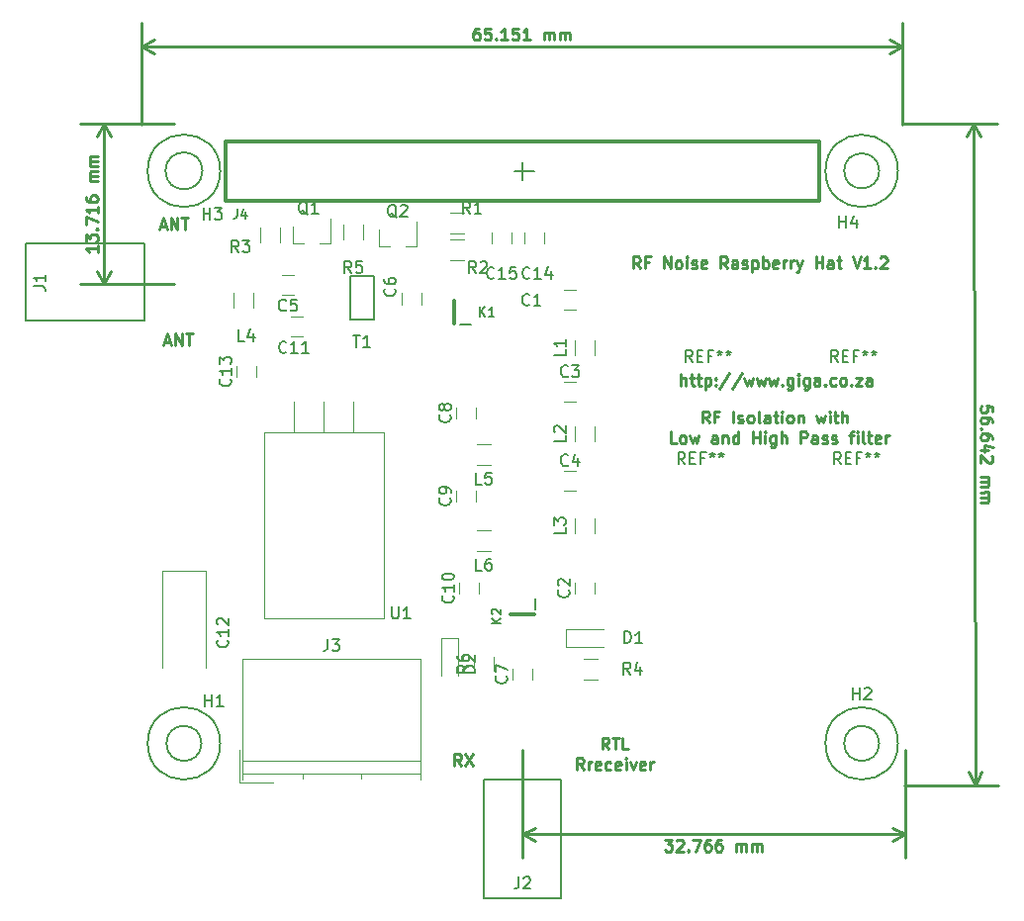
<source format=gto>
G04 #@! TF.FileFunction,Legend,Top*
%FSLAX46Y46*%
G04 Gerber Fmt 4.6, Leading zero omitted, Abs format (unit mm)*
G04 Created by KiCad (PCBNEW 4.0.7-e2-6376~61~ubuntu18.04.1) date Tue Nov  6 15:25:27 2018*
%MOMM*%
%LPD*%
G01*
G04 APERTURE LIST*
%ADD10C,0.200000*%
%ADD11C,0.250000*%
%ADD12C,0.304800*%
%ADD13C,0.120000*%
%ADD14C,0.150000*%
%ADD15C,0.350000*%
%ADD16C,0.127000*%
G04 APERTURE END LIST*
D10*
D11*
X77439000Y-46567381D02*
X77105666Y-46091190D01*
X76867571Y-46567381D02*
X76867571Y-45567381D01*
X77248524Y-45567381D01*
X77343762Y-45615000D01*
X77391381Y-45662619D01*
X77439000Y-45757857D01*
X77439000Y-45900714D01*
X77391381Y-45995952D01*
X77343762Y-46043571D01*
X77248524Y-46091190D01*
X76867571Y-46091190D01*
X78200905Y-46043571D02*
X77867571Y-46043571D01*
X77867571Y-46567381D02*
X77867571Y-45567381D01*
X78343762Y-45567381D01*
X79486619Y-46567381D02*
X79486619Y-45567381D01*
X79915190Y-46519762D02*
X80010428Y-46567381D01*
X80200904Y-46567381D01*
X80296143Y-46519762D01*
X80343762Y-46424524D01*
X80343762Y-46376905D01*
X80296143Y-46281667D01*
X80200904Y-46234048D01*
X80058047Y-46234048D01*
X79962809Y-46186429D01*
X79915190Y-46091190D01*
X79915190Y-46043571D01*
X79962809Y-45948333D01*
X80058047Y-45900714D01*
X80200904Y-45900714D01*
X80296143Y-45948333D01*
X80915190Y-46567381D02*
X80819952Y-46519762D01*
X80772333Y-46472143D01*
X80724714Y-46376905D01*
X80724714Y-46091190D01*
X80772333Y-45995952D01*
X80819952Y-45948333D01*
X80915190Y-45900714D01*
X81058048Y-45900714D01*
X81153286Y-45948333D01*
X81200905Y-45995952D01*
X81248524Y-46091190D01*
X81248524Y-46376905D01*
X81200905Y-46472143D01*
X81153286Y-46519762D01*
X81058048Y-46567381D01*
X80915190Y-46567381D01*
X81819952Y-46567381D02*
X81724714Y-46519762D01*
X81677095Y-46424524D01*
X81677095Y-45567381D01*
X82629477Y-46567381D02*
X82629477Y-46043571D01*
X82581858Y-45948333D01*
X82486620Y-45900714D01*
X82296143Y-45900714D01*
X82200905Y-45948333D01*
X82629477Y-46519762D02*
X82534239Y-46567381D01*
X82296143Y-46567381D01*
X82200905Y-46519762D01*
X82153286Y-46424524D01*
X82153286Y-46329286D01*
X82200905Y-46234048D01*
X82296143Y-46186429D01*
X82534239Y-46186429D01*
X82629477Y-46138810D01*
X82962810Y-45900714D02*
X83343762Y-45900714D01*
X83105667Y-45567381D02*
X83105667Y-46424524D01*
X83153286Y-46519762D01*
X83248524Y-46567381D01*
X83343762Y-46567381D01*
X83677096Y-46567381D02*
X83677096Y-45900714D01*
X83677096Y-45567381D02*
X83629477Y-45615000D01*
X83677096Y-45662619D01*
X83724715Y-45615000D01*
X83677096Y-45567381D01*
X83677096Y-45662619D01*
X84296143Y-46567381D02*
X84200905Y-46519762D01*
X84153286Y-46472143D01*
X84105667Y-46376905D01*
X84105667Y-46091190D01*
X84153286Y-45995952D01*
X84200905Y-45948333D01*
X84296143Y-45900714D01*
X84439001Y-45900714D01*
X84534239Y-45948333D01*
X84581858Y-45995952D01*
X84629477Y-46091190D01*
X84629477Y-46376905D01*
X84581858Y-46472143D01*
X84534239Y-46519762D01*
X84439001Y-46567381D01*
X84296143Y-46567381D01*
X85058048Y-45900714D02*
X85058048Y-46567381D01*
X85058048Y-45995952D02*
X85105667Y-45948333D01*
X85200905Y-45900714D01*
X85343763Y-45900714D01*
X85439001Y-45948333D01*
X85486620Y-46043571D01*
X85486620Y-46567381D01*
X86629477Y-45900714D02*
X86819953Y-46567381D01*
X87010430Y-46091190D01*
X87200906Y-46567381D01*
X87391382Y-45900714D01*
X87772334Y-46567381D02*
X87772334Y-45900714D01*
X87772334Y-45567381D02*
X87724715Y-45615000D01*
X87772334Y-45662619D01*
X87819953Y-45615000D01*
X87772334Y-45567381D01*
X87772334Y-45662619D01*
X88105667Y-45900714D02*
X88486619Y-45900714D01*
X88248524Y-45567381D02*
X88248524Y-46424524D01*
X88296143Y-46519762D01*
X88391381Y-46567381D01*
X88486619Y-46567381D01*
X88819953Y-46567381D02*
X88819953Y-45567381D01*
X89248525Y-46567381D02*
X89248525Y-46043571D01*
X89200906Y-45948333D01*
X89105668Y-45900714D01*
X88962810Y-45900714D01*
X88867572Y-45948333D01*
X88819953Y-45995952D01*
X74653285Y-48317381D02*
X74177094Y-48317381D01*
X74177094Y-47317381D01*
X75129475Y-48317381D02*
X75034237Y-48269762D01*
X74986618Y-48222143D01*
X74938999Y-48126905D01*
X74938999Y-47841190D01*
X74986618Y-47745952D01*
X75034237Y-47698333D01*
X75129475Y-47650714D01*
X75272333Y-47650714D01*
X75367571Y-47698333D01*
X75415190Y-47745952D01*
X75462809Y-47841190D01*
X75462809Y-48126905D01*
X75415190Y-48222143D01*
X75367571Y-48269762D01*
X75272333Y-48317381D01*
X75129475Y-48317381D01*
X75796142Y-47650714D02*
X75986618Y-48317381D01*
X76177095Y-47841190D01*
X76367571Y-48317381D01*
X76558047Y-47650714D01*
X78129476Y-48317381D02*
X78129476Y-47793571D01*
X78081857Y-47698333D01*
X77986619Y-47650714D01*
X77796142Y-47650714D01*
X77700904Y-47698333D01*
X78129476Y-48269762D02*
X78034238Y-48317381D01*
X77796142Y-48317381D01*
X77700904Y-48269762D01*
X77653285Y-48174524D01*
X77653285Y-48079286D01*
X77700904Y-47984048D01*
X77796142Y-47936429D01*
X78034238Y-47936429D01*
X78129476Y-47888810D01*
X78605666Y-47650714D02*
X78605666Y-48317381D01*
X78605666Y-47745952D02*
X78653285Y-47698333D01*
X78748523Y-47650714D01*
X78891381Y-47650714D01*
X78986619Y-47698333D01*
X79034238Y-47793571D01*
X79034238Y-48317381D01*
X79939000Y-48317381D02*
X79939000Y-47317381D01*
X79939000Y-48269762D02*
X79843762Y-48317381D01*
X79653285Y-48317381D01*
X79558047Y-48269762D01*
X79510428Y-48222143D01*
X79462809Y-48126905D01*
X79462809Y-47841190D01*
X79510428Y-47745952D01*
X79558047Y-47698333D01*
X79653285Y-47650714D01*
X79843762Y-47650714D01*
X79939000Y-47698333D01*
X81177095Y-48317381D02*
X81177095Y-47317381D01*
X81177095Y-47793571D02*
X81748524Y-47793571D01*
X81748524Y-48317381D02*
X81748524Y-47317381D01*
X82224714Y-48317381D02*
X82224714Y-47650714D01*
X82224714Y-47317381D02*
X82177095Y-47365000D01*
X82224714Y-47412619D01*
X82272333Y-47365000D01*
X82224714Y-47317381D01*
X82224714Y-47412619D01*
X83129476Y-47650714D02*
X83129476Y-48460238D01*
X83081857Y-48555476D01*
X83034238Y-48603095D01*
X82938999Y-48650714D01*
X82796142Y-48650714D01*
X82700904Y-48603095D01*
X83129476Y-48269762D02*
X83034238Y-48317381D01*
X82843761Y-48317381D01*
X82748523Y-48269762D01*
X82700904Y-48222143D01*
X82653285Y-48126905D01*
X82653285Y-47841190D01*
X82700904Y-47745952D01*
X82748523Y-47698333D01*
X82843761Y-47650714D01*
X83034238Y-47650714D01*
X83129476Y-47698333D01*
X83605666Y-48317381D02*
X83605666Y-47317381D01*
X84034238Y-48317381D02*
X84034238Y-47793571D01*
X83986619Y-47698333D01*
X83891381Y-47650714D01*
X83748523Y-47650714D01*
X83653285Y-47698333D01*
X83605666Y-47745952D01*
X85272333Y-48317381D02*
X85272333Y-47317381D01*
X85653286Y-47317381D01*
X85748524Y-47365000D01*
X85796143Y-47412619D01*
X85843762Y-47507857D01*
X85843762Y-47650714D01*
X85796143Y-47745952D01*
X85748524Y-47793571D01*
X85653286Y-47841190D01*
X85272333Y-47841190D01*
X86700905Y-48317381D02*
X86700905Y-47793571D01*
X86653286Y-47698333D01*
X86558048Y-47650714D01*
X86367571Y-47650714D01*
X86272333Y-47698333D01*
X86700905Y-48269762D02*
X86605667Y-48317381D01*
X86367571Y-48317381D01*
X86272333Y-48269762D01*
X86224714Y-48174524D01*
X86224714Y-48079286D01*
X86272333Y-47984048D01*
X86367571Y-47936429D01*
X86605667Y-47936429D01*
X86700905Y-47888810D01*
X87129476Y-48269762D02*
X87224714Y-48317381D01*
X87415190Y-48317381D01*
X87510429Y-48269762D01*
X87558048Y-48174524D01*
X87558048Y-48126905D01*
X87510429Y-48031667D01*
X87415190Y-47984048D01*
X87272333Y-47984048D01*
X87177095Y-47936429D01*
X87129476Y-47841190D01*
X87129476Y-47793571D01*
X87177095Y-47698333D01*
X87272333Y-47650714D01*
X87415190Y-47650714D01*
X87510429Y-47698333D01*
X87939000Y-48269762D02*
X88034238Y-48317381D01*
X88224714Y-48317381D01*
X88319953Y-48269762D01*
X88367572Y-48174524D01*
X88367572Y-48126905D01*
X88319953Y-48031667D01*
X88224714Y-47984048D01*
X88081857Y-47984048D01*
X87986619Y-47936429D01*
X87939000Y-47841190D01*
X87939000Y-47793571D01*
X87986619Y-47698333D01*
X88081857Y-47650714D01*
X88224714Y-47650714D01*
X88319953Y-47698333D01*
X89415191Y-47650714D02*
X89796143Y-47650714D01*
X89558048Y-48317381D02*
X89558048Y-47460238D01*
X89605667Y-47365000D01*
X89700905Y-47317381D01*
X89796143Y-47317381D01*
X90129477Y-48317381D02*
X90129477Y-47650714D01*
X90129477Y-47317381D02*
X90081858Y-47365000D01*
X90129477Y-47412619D01*
X90177096Y-47365000D01*
X90129477Y-47317381D01*
X90129477Y-47412619D01*
X90748524Y-48317381D02*
X90653286Y-48269762D01*
X90605667Y-48174524D01*
X90605667Y-47317381D01*
X90986620Y-47650714D02*
X91367572Y-47650714D01*
X91129477Y-47317381D02*
X91129477Y-48174524D01*
X91177096Y-48269762D01*
X91272334Y-48317381D01*
X91367572Y-48317381D01*
X92081859Y-48269762D02*
X91986621Y-48317381D01*
X91796144Y-48317381D01*
X91700906Y-48269762D01*
X91653287Y-48174524D01*
X91653287Y-47793571D01*
X91700906Y-47698333D01*
X91796144Y-47650714D01*
X91986621Y-47650714D01*
X92081859Y-47698333D01*
X92129478Y-47793571D01*
X92129478Y-47888810D01*
X91653287Y-47984048D01*
X92558049Y-48317381D02*
X92558049Y-47650714D01*
X92558049Y-47841190D02*
X92605668Y-47745952D01*
X92653287Y-47698333D01*
X92748525Y-47650714D01*
X92843764Y-47650714D01*
X25106381Y-31384428D02*
X25106381Y-31955857D01*
X25106381Y-31670143D02*
X24106381Y-31670143D01*
X24249238Y-31765381D01*
X24344476Y-31860619D01*
X24392095Y-31955857D01*
X24106381Y-31051095D02*
X24106381Y-30432047D01*
X24487333Y-30765381D01*
X24487333Y-30622523D01*
X24534952Y-30527285D01*
X24582571Y-30479666D01*
X24677810Y-30432047D01*
X24915905Y-30432047D01*
X25011143Y-30479666D01*
X25058762Y-30527285D01*
X25106381Y-30622523D01*
X25106381Y-30908238D01*
X25058762Y-31003476D01*
X25011143Y-31051095D01*
X25011143Y-30003476D02*
X25058762Y-29955857D01*
X25106381Y-30003476D01*
X25058762Y-30051095D01*
X25011143Y-30003476D01*
X25106381Y-30003476D01*
X24106381Y-29622524D02*
X24106381Y-28955857D01*
X25106381Y-29384429D01*
X25106381Y-28051095D02*
X25106381Y-28622524D01*
X25106381Y-28336810D02*
X24106381Y-28336810D01*
X24249238Y-28432048D01*
X24344476Y-28527286D01*
X24392095Y-28622524D01*
X24106381Y-27193952D02*
X24106381Y-27384429D01*
X24154000Y-27479667D01*
X24201619Y-27527286D01*
X24344476Y-27622524D01*
X24534952Y-27670143D01*
X24915905Y-27670143D01*
X25011143Y-27622524D01*
X25058762Y-27574905D01*
X25106381Y-27479667D01*
X25106381Y-27289190D01*
X25058762Y-27193952D01*
X25011143Y-27146333D01*
X24915905Y-27098714D01*
X24677810Y-27098714D01*
X24582571Y-27146333D01*
X24534952Y-27193952D01*
X24487333Y-27289190D01*
X24487333Y-27479667D01*
X24534952Y-27574905D01*
X24582571Y-27622524D01*
X24677810Y-27670143D01*
X25106381Y-25908238D02*
X24439714Y-25908238D01*
X24534952Y-25908238D02*
X24487333Y-25860619D01*
X24439714Y-25765381D01*
X24439714Y-25622523D01*
X24487333Y-25527285D01*
X24582571Y-25479666D01*
X25106381Y-25479666D01*
X24582571Y-25479666D02*
X24487333Y-25432047D01*
X24439714Y-25336809D01*
X24439714Y-25193952D01*
X24487333Y-25098714D01*
X24582571Y-25051095D01*
X25106381Y-25051095D01*
X25106381Y-24574905D02*
X24439714Y-24574905D01*
X24534952Y-24574905D02*
X24487333Y-24527286D01*
X24439714Y-24432048D01*
X24439714Y-24289190D01*
X24487333Y-24193952D01*
X24582571Y-24146333D01*
X25106381Y-24146333D01*
X24582571Y-24146333D02*
X24487333Y-24098714D01*
X24439714Y-24003476D01*
X24439714Y-23860619D01*
X24487333Y-23765381D01*
X24582571Y-23717762D01*
X25106381Y-23717762D01*
X25654000Y-34671000D02*
X25654000Y-20955000D01*
X31623000Y-34671000D02*
X23654000Y-34671000D01*
X31623000Y-20955000D02*
X23654000Y-20955000D01*
X25654000Y-20955000D02*
X26240421Y-22081504D01*
X25654000Y-20955000D02*
X25067579Y-22081504D01*
X25654000Y-34671000D02*
X26240421Y-33544496D01*
X25654000Y-34671000D02*
X25067579Y-33544496D01*
X73660524Y-82240381D02*
X74279572Y-82240381D01*
X73946238Y-82621333D01*
X74089096Y-82621333D01*
X74184334Y-82668952D01*
X74231953Y-82716571D01*
X74279572Y-82811810D01*
X74279572Y-83049905D01*
X74231953Y-83145143D01*
X74184334Y-83192762D01*
X74089096Y-83240381D01*
X73803381Y-83240381D01*
X73708143Y-83192762D01*
X73660524Y-83145143D01*
X74660524Y-82335619D02*
X74708143Y-82288000D01*
X74803381Y-82240381D01*
X75041477Y-82240381D01*
X75136715Y-82288000D01*
X75184334Y-82335619D01*
X75231953Y-82430857D01*
X75231953Y-82526095D01*
X75184334Y-82668952D01*
X74612905Y-83240381D01*
X75231953Y-83240381D01*
X75660524Y-83145143D02*
X75708143Y-83192762D01*
X75660524Y-83240381D01*
X75612905Y-83192762D01*
X75660524Y-83145143D01*
X75660524Y-83240381D01*
X76041476Y-82240381D02*
X76708143Y-82240381D01*
X76279571Y-83240381D01*
X77517667Y-82240381D02*
X77327190Y-82240381D01*
X77231952Y-82288000D01*
X77184333Y-82335619D01*
X77089095Y-82478476D01*
X77041476Y-82668952D01*
X77041476Y-83049905D01*
X77089095Y-83145143D01*
X77136714Y-83192762D01*
X77231952Y-83240381D01*
X77422429Y-83240381D01*
X77517667Y-83192762D01*
X77565286Y-83145143D01*
X77612905Y-83049905D01*
X77612905Y-82811810D01*
X77565286Y-82716571D01*
X77517667Y-82668952D01*
X77422429Y-82621333D01*
X77231952Y-82621333D01*
X77136714Y-82668952D01*
X77089095Y-82716571D01*
X77041476Y-82811810D01*
X78470048Y-82240381D02*
X78279571Y-82240381D01*
X78184333Y-82288000D01*
X78136714Y-82335619D01*
X78041476Y-82478476D01*
X77993857Y-82668952D01*
X77993857Y-83049905D01*
X78041476Y-83145143D01*
X78089095Y-83192762D01*
X78184333Y-83240381D01*
X78374810Y-83240381D01*
X78470048Y-83192762D01*
X78517667Y-83145143D01*
X78565286Y-83049905D01*
X78565286Y-82811810D01*
X78517667Y-82716571D01*
X78470048Y-82668952D01*
X78374810Y-82621333D01*
X78184333Y-82621333D01*
X78089095Y-82668952D01*
X78041476Y-82716571D01*
X77993857Y-82811810D01*
X79755762Y-83240381D02*
X79755762Y-82573714D01*
X79755762Y-82668952D02*
X79803381Y-82621333D01*
X79898619Y-82573714D01*
X80041477Y-82573714D01*
X80136715Y-82621333D01*
X80184334Y-82716571D01*
X80184334Y-83240381D01*
X80184334Y-82716571D02*
X80231953Y-82621333D01*
X80327191Y-82573714D01*
X80470048Y-82573714D01*
X80565286Y-82621333D01*
X80612905Y-82716571D01*
X80612905Y-83240381D01*
X81089095Y-83240381D02*
X81089095Y-82573714D01*
X81089095Y-82668952D02*
X81136714Y-82621333D01*
X81231952Y-82573714D01*
X81374810Y-82573714D01*
X81470048Y-82621333D01*
X81517667Y-82716571D01*
X81517667Y-83240381D01*
X81517667Y-82716571D02*
X81565286Y-82621333D01*
X81660524Y-82573714D01*
X81803381Y-82573714D01*
X81898619Y-82621333D01*
X81946238Y-82716571D01*
X81946238Y-83240381D01*
X61468000Y-81788000D02*
X94234000Y-81788000D01*
X61468000Y-74549000D02*
X61468000Y-83788000D01*
X94234000Y-74549000D02*
X94234000Y-83788000D01*
X94234000Y-81788000D02*
X93107496Y-82374421D01*
X94234000Y-81788000D02*
X93107496Y-81201579D01*
X61468000Y-81788000D02*
X62594504Y-82374421D01*
X61468000Y-81788000D02*
X62594504Y-81201579D01*
X101680108Y-45639821D02*
X101679040Y-45163631D01*
X101202745Y-45117080D01*
X101250471Y-45164592D01*
X101298303Y-45259723D01*
X101298837Y-45497819D01*
X101251431Y-45593163D01*
X101203919Y-45640889D01*
X101108787Y-45688721D01*
X100870693Y-45689255D01*
X100775348Y-45641850D01*
X100727623Y-45594338D01*
X100679790Y-45499207D01*
X100679257Y-45261111D01*
X100726662Y-45165767D01*
X100774174Y-45118041D01*
X101682137Y-46544581D02*
X101681710Y-46354104D01*
X101633877Y-46258973D01*
X101586152Y-46211461D01*
X101443081Y-46116544D01*
X101252499Y-46069352D01*
X100871547Y-46070206D01*
X100776416Y-46118039D01*
X100728904Y-46165764D01*
X100681499Y-46261109D01*
X100681926Y-46451585D01*
X100729758Y-46546716D01*
X100777484Y-46594228D01*
X100872828Y-46641634D01*
X101110923Y-46641100D01*
X101206055Y-46593268D01*
X101253567Y-46545542D01*
X101300972Y-46450197D01*
X101300545Y-46259721D01*
X101252713Y-46164590D01*
X101204987Y-46117078D01*
X101109642Y-46069672D01*
X100778552Y-47070417D02*
X100731039Y-47118143D01*
X100683314Y-47070631D01*
X100730826Y-47022905D01*
X100778552Y-47070417D01*
X100683314Y-47070631D01*
X101685340Y-47973148D02*
X101684913Y-47782672D01*
X101637080Y-47687541D01*
X101589355Y-47640029D01*
X101446285Y-47545111D01*
X101255702Y-47497920D01*
X100874750Y-47498774D01*
X100779619Y-47546606D01*
X100732107Y-47594332D01*
X100684702Y-47689676D01*
X100685129Y-47880153D01*
X100732961Y-47975284D01*
X100780687Y-48022796D01*
X100876031Y-48070201D01*
X101114126Y-48069667D01*
X101209258Y-48021835D01*
X101256770Y-47974109D01*
X101304175Y-47878765D01*
X101303748Y-47688288D01*
X101255916Y-47593157D01*
X101208190Y-47545645D01*
X101112845Y-47498240D01*
X101354143Y-48926274D02*
X100687478Y-48927769D01*
X101734560Y-48687325D02*
X101019742Y-48450832D01*
X101021130Y-49069878D01*
X101593305Y-49401929D02*
X101641031Y-49449441D01*
X101688863Y-49544572D01*
X101689397Y-49782668D01*
X101641992Y-49878012D01*
X101594480Y-49925738D01*
X101499349Y-49973570D01*
X101404111Y-49973784D01*
X101261147Y-49926485D01*
X100688439Y-49356339D01*
X100689827Y-49975386D01*
X100692496Y-51165859D02*
X101359161Y-51164364D01*
X101263923Y-51164577D02*
X101311649Y-51212089D01*
X101359482Y-51307220D01*
X101359802Y-51450078D01*
X101312396Y-51545423D01*
X101217265Y-51593255D01*
X100693457Y-51594429D01*
X101217265Y-51593255D02*
X101312610Y-51640660D01*
X101360442Y-51735791D01*
X101360763Y-51878648D01*
X101313357Y-51973992D01*
X101218226Y-52021825D01*
X100694418Y-52022999D01*
X100695485Y-52499188D02*
X101362151Y-52497693D01*
X101266913Y-52497907D02*
X101314639Y-52545419D01*
X101362471Y-52640550D01*
X101362791Y-52783408D01*
X101315386Y-52878752D01*
X101220255Y-52926585D01*
X100696446Y-52927759D01*
X101220255Y-52926585D02*
X101315600Y-52973990D01*
X101363432Y-53069121D01*
X101363752Y-53211978D01*
X101316347Y-53307322D01*
X101221216Y-53355155D01*
X100697407Y-53356329D01*
X100077108Y-20941329D02*
X100204108Y-77583329D01*
X93980000Y-20955000D02*
X102077103Y-20936845D01*
X94107000Y-77597000D02*
X102204103Y-77578845D01*
X100204108Y-77583329D02*
X99615163Y-76458143D01*
X100204108Y-77583329D02*
X100788001Y-76455513D01*
X100077108Y-20941329D02*
X99493215Y-22069145D01*
X100077108Y-20941329D02*
X100666053Y-22066515D01*
X57737834Y-12803381D02*
X57547357Y-12803381D01*
X57452119Y-12851000D01*
X57404500Y-12898619D01*
X57309262Y-13041476D01*
X57261643Y-13231952D01*
X57261643Y-13612905D01*
X57309262Y-13708143D01*
X57356881Y-13755762D01*
X57452119Y-13803381D01*
X57642596Y-13803381D01*
X57737834Y-13755762D01*
X57785453Y-13708143D01*
X57833072Y-13612905D01*
X57833072Y-13374810D01*
X57785453Y-13279571D01*
X57737834Y-13231952D01*
X57642596Y-13184333D01*
X57452119Y-13184333D01*
X57356881Y-13231952D01*
X57309262Y-13279571D01*
X57261643Y-13374810D01*
X58737834Y-12803381D02*
X58261643Y-12803381D01*
X58214024Y-13279571D01*
X58261643Y-13231952D01*
X58356881Y-13184333D01*
X58594977Y-13184333D01*
X58690215Y-13231952D01*
X58737834Y-13279571D01*
X58785453Y-13374810D01*
X58785453Y-13612905D01*
X58737834Y-13708143D01*
X58690215Y-13755762D01*
X58594977Y-13803381D01*
X58356881Y-13803381D01*
X58261643Y-13755762D01*
X58214024Y-13708143D01*
X59214024Y-13708143D02*
X59261643Y-13755762D01*
X59214024Y-13803381D01*
X59166405Y-13755762D01*
X59214024Y-13708143D01*
X59214024Y-13803381D01*
X60214024Y-13803381D02*
X59642595Y-13803381D01*
X59928309Y-13803381D02*
X59928309Y-12803381D01*
X59833071Y-12946238D01*
X59737833Y-13041476D01*
X59642595Y-13089095D01*
X61118786Y-12803381D02*
X60642595Y-12803381D01*
X60594976Y-13279571D01*
X60642595Y-13231952D01*
X60737833Y-13184333D01*
X60975929Y-13184333D01*
X61071167Y-13231952D01*
X61118786Y-13279571D01*
X61166405Y-13374810D01*
X61166405Y-13612905D01*
X61118786Y-13708143D01*
X61071167Y-13755762D01*
X60975929Y-13803381D01*
X60737833Y-13803381D01*
X60642595Y-13755762D01*
X60594976Y-13708143D01*
X62118786Y-13803381D02*
X61547357Y-13803381D01*
X61833071Y-13803381D02*
X61833071Y-12803381D01*
X61737833Y-12946238D01*
X61642595Y-13041476D01*
X61547357Y-13089095D01*
X63309262Y-13803381D02*
X63309262Y-13136714D01*
X63309262Y-13231952D02*
X63356881Y-13184333D01*
X63452119Y-13136714D01*
X63594977Y-13136714D01*
X63690215Y-13184333D01*
X63737834Y-13279571D01*
X63737834Y-13803381D01*
X63737834Y-13279571D02*
X63785453Y-13184333D01*
X63880691Y-13136714D01*
X64023548Y-13136714D01*
X64118786Y-13184333D01*
X64166405Y-13279571D01*
X64166405Y-13803381D01*
X64642595Y-13803381D02*
X64642595Y-13136714D01*
X64642595Y-13231952D02*
X64690214Y-13184333D01*
X64785452Y-13136714D01*
X64928310Y-13136714D01*
X65023548Y-13184333D01*
X65071167Y-13279571D01*
X65071167Y-13803381D01*
X65071167Y-13279571D02*
X65118786Y-13184333D01*
X65214024Y-13136714D01*
X65356881Y-13136714D01*
X65452119Y-13184333D01*
X65499738Y-13279571D01*
X65499738Y-13803381D01*
X28829000Y-14351000D02*
X93980000Y-14351000D01*
X28829000Y-21082000D02*
X28829000Y-12351000D01*
X93980000Y-21082000D02*
X93980000Y-12351000D01*
X93980000Y-14351000D02*
X92853496Y-14937421D01*
X93980000Y-14351000D02*
X92853496Y-13764579D01*
X28829000Y-14351000D02*
X29955504Y-14937421D01*
X28829000Y-14351000D02*
X29955504Y-13764579D01*
X56221334Y-75890381D02*
X55888000Y-75414190D01*
X55649905Y-75890381D02*
X55649905Y-74890381D01*
X56030858Y-74890381D01*
X56126096Y-74938000D01*
X56173715Y-74985619D01*
X56221334Y-75080857D01*
X56221334Y-75223714D01*
X56173715Y-75318952D01*
X56126096Y-75366571D01*
X56030858Y-75414190D01*
X55649905Y-75414190D01*
X56554667Y-74890381D02*
X57221334Y-75890381D01*
X57221334Y-74890381D02*
X56554667Y-75890381D01*
X68865810Y-74507381D02*
X68532476Y-74031190D01*
X68294381Y-74507381D02*
X68294381Y-73507381D01*
X68675334Y-73507381D01*
X68770572Y-73555000D01*
X68818191Y-73602619D01*
X68865810Y-73697857D01*
X68865810Y-73840714D01*
X68818191Y-73935952D01*
X68770572Y-73983571D01*
X68675334Y-74031190D01*
X68294381Y-74031190D01*
X69151524Y-73507381D02*
X69722953Y-73507381D01*
X69437238Y-74507381D02*
X69437238Y-73507381D01*
X70532477Y-74507381D02*
X70056286Y-74507381D01*
X70056286Y-73507381D01*
X66699143Y-76257381D02*
X66365809Y-75781190D01*
X66127714Y-76257381D02*
X66127714Y-75257381D01*
X66508667Y-75257381D01*
X66603905Y-75305000D01*
X66651524Y-75352619D01*
X66699143Y-75447857D01*
X66699143Y-75590714D01*
X66651524Y-75685952D01*
X66603905Y-75733571D01*
X66508667Y-75781190D01*
X66127714Y-75781190D01*
X67127714Y-76257381D02*
X67127714Y-75590714D01*
X67127714Y-75781190D02*
X67175333Y-75685952D01*
X67222952Y-75638333D01*
X67318190Y-75590714D01*
X67413429Y-75590714D01*
X68127715Y-76209762D02*
X68032477Y-76257381D01*
X67842000Y-76257381D01*
X67746762Y-76209762D01*
X67699143Y-76114524D01*
X67699143Y-75733571D01*
X67746762Y-75638333D01*
X67842000Y-75590714D01*
X68032477Y-75590714D01*
X68127715Y-75638333D01*
X68175334Y-75733571D01*
X68175334Y-75828810D01*
X67699143Y-75924048D01*
X69032477Y-76209762D02*
X68937239Y-76257381D01*
X68746762Y-76257381D01*
X68651524Y-76209762D01*
X68603905Y-76162143D01*
X68556286Y-76066905D01*
X68556286Y-75781190D01*
X68603905Y-75685952D01*
X68651524Y-75638333D01*
X68746762Y-75590714D01*
X68937239Y-75590714D01*
X69032477Y-75638333D01*
X69842001Y-76209762D02*
X69746763Y-76257381D01*
X69556286Y-76257381D01*
X69461048Y-76209762D01*
X69413429Y-76114524D01*
X69413429Y-75733571D01*
X69461048Y-75638333D01*
X69556286Y-75590714D01*
X69746763Y-75590714D01*
X69842001Y-75638333D01*
X69889620Y-75733571D01*
X69889620Y-75828810D01*
X69413429Y-75924048D01*
X70318191Y-76257381D02*
X70318191Y-75590714D01*
X70318191Y-75257381D02*
X70270572Y-75305000D01*
X70318191Y-75352619D01*
X70365810Y-75305000D01*
X70318191Y-75257381D01*
X70318191Y-75352619D01*
X70699143Y-75590714D02*
X70937238Y-76257381D01*
X71175334Y-75590714D01*
X71937239Y-76209762D02*
X71842001Y-76257381D01*
X71651524Y-76257381D01*
X71556286Y-76209762D01*
X71508667Y-76114524D01*
X71508667Y-75733571D01*
X71556286Y-75638333D01*
X71651524Y-75590714D01*
X71842001Y-75590714D01*
X71937239Y-75638333D01*
X71984858Y-75733571D01*
X71984858Y-75828810D01*
X71508667Y-75924048D01*
X72413429Y-76257381D02*
X72413429Y-75590714D01*
X72413429Y-75781190D02*
X72461048Y-75685952D01*
X72508667Y-75638333D01*
X72603905Y-75590714D01*
X72699144Y-75590714D01*
X30480143Y-29757667D02*
X30956334Y-29757667D01*
X30384905Y-30043381D02*
X30718238Y-29043381D01*
X31051572Y-30043381D01*
X31384905Y-30043381D02*
X31384905Y-29043381D01*
X31956334Y-30043381D01*
X31956334Y-29043381D01*
X32289667Y-29043381D02*
X32861096Y-29043381D01*
X32575381Y-30043381D02*
X32575381Y-29043381D01*
X30861143Y-39663667D02*
X31337334Y-39663667D01*
X30765905Y-39949381D02*
X31099238Y-38949381D01*
X31432572Y-39949381D01*
X31765905Y-39949381D02*
X31765905Y-38949381D01*
X32337334Y-39949381D01*
X32337334Y-38949381D01*
X32670667Y-38949381D02*
X33242096Y-38949381D01*
X32956381Y-39949381D02*
X32956381Y-38949381D01*
X75042143Y-43378381D02*
X75042143Y-42378381D01*
X75470715Y-43378381D02*
X75470715Y-42854571D01*
X75423096Y-42759333D01*
X75327858Y-42711714D01*
X75185000Y-42711714D01*
X75089762Y-42759333D01*
X75042143Y-42806952D01*
X75804048Y-42711714D02*
X76185000Y-42711714D01*
X75946905Y-42378381D02*
X75946905Y-43235524D01*
X75994524Y-43330762D01*
X76089762Y-43378381D01*
X76185000Y-43378381D01*
X76375477Y-42711714D02*
X76756429Y-42711714D01*
X76518334Y-42378381D02*
X76518334Y-43235524D01*
X76565953Y-43330762D01*
X76661191Y-43378381D01*
X76756429Y-43378381D01*
X77089763Y-42711714D02*
X77089763Y-43711714D01*
X77089763Y-42759333D02*
X77185001Y-42711714D01*
X77375478Y-42711714D01*
X77470716Y-42759333D01*
X77518335Y-42806952D01*
X77565954Y-42902190D01*
X77565954Y-43187905D01*
X77518335Y-43283143D01*
X77470716Y-43330762D01*
X77375478Y-43378381D01*
X77185001Y-43378381D01*
X77089763Y-43330762D01*
X77994525Y-43283143D02*
X78042144Y-43330762D01*
X77994525Y-43378381D01*
X77946906Y-43330762D01*
X77994525Y-43283143D01*
X77994525Y-43378381D01*
X77994525Y-42759333D02*
X78042144Y-42806952D01*
X77994525Y-42854571D01*
X77946906Y-42806952D01*
X77994525Y-42759333D01*
X77994525Y-42854571D01*
X79185001Y-42330762D02*
X78327858Y-43616476D01*
X80232620Y-42330762D02*
X79375477Y-43616476D01*
X80470715Y-42711714D02*
X80661191Y-43378381D01*
X80851668Y-42902190D01*
X81042144Y-43378381D01*
X81232620Y-42711714D01*
X81518334Y-42711714D02*
X81708810Y-43378381D01*
X81899287Y-42902190D01*
X82089763Y-43378381D01*
X82280239Y-42711714D01*
X82565953Y-42711714D02*
X82756429Y-43378381D01*
X82946906Y-42902190D01*
X83137382Y-43378381D01*
X83327858Y-42711714D01*
X83708810Y-43283143D02*
X83756429Y-43330762D01*
X83708810Y-43378381D01*
X83661191Y-43330762D01*
X83708810Y-43283143D01*
X83708810Y-43378381D01*
X84613572Y-42711714D02*
X84613572Y-43521238D01*
X84565953Y-43616476D01*
X84518334Y-43664095D01*
X84423095Y-43711714D01*
X84280238Y-43711714D01*
X84185000Y-43664095D01*
X84613572Y-43330762D02*
X84518334Y-43378381D01*
X84327857Y-43378381D01*
X84232619Y-43330762D01*
X84185000Y-43283143D01*
X84137381Y-43187905D01*
X84137381Y-42902190D01*
X84185000Y-42806952D01*
X84232619Y-42759333D01*
X84327857Y-42711714D01*
X84518334Y-42711714D01*
X84613572Y-42759333D01*
X85089762Y-43378381D02*
X85089762Y-42711714D01*
X85089762Y-42378381D02*
X85042143Y-42426000D01*
X85089762Y-42473619D01*
X85137381Y-42426000D01*
X85089762Y-42378381D01*
X85089762Y-42473619D01*
X85994524Y-42711714D02*
X85994524Y-43521238D01*
X85946905Y-43616476D01*
X85899286Y-43664095D01*
X85804047Y-43711714D01*
X85661190Y-43711714D01*
X85565952Y-43664095D01*
X85994524Y-43330762D02*
X85899286Y-43378381D01*
X85708809Y-43378381D01*
X85613571Y-43330762D01*
X85565952Y-43283143D01*
X85518333Y-43187905D01*
X85518333Y-42902190D01*
X85565952Y-42806952D01*
X85613571Y-42759333D01*
X85708809Y-42711714D01*
X85899286Y-42711714D01*
X85994524Y-42759333D01*
X86899286Y-43378381D02*
X86899286Y-42854571D01*
X86851667Y-42759333D01*
X86756429Y-42711714D01*
X86565952Y-42711714D01*
X86470714Y-42759333D01*
X86899286Y-43330762D02*
X86804048Y-43378381D01*
X86565952Y-43378381D01*
X86470714Y-43330762D01*
X86423095Y-43235524D01*
X86423095Y-43140286D01*
X86470714Y-43045048D01*
X86565952Y-42997429D01*
X86804048Y-42997429D01*
X86899286Y-42949810D01*
X87375476Y-43283143D02*
X87423095Y-43330762D01*
X87375476Y-43378381D01*
X87327857Y-43330762D01*
X87375476Y-43283143D01*
X87375476Y-43378381D01*
X88280238Y-43330762D02*
X88185000Y-43378381D01*
X87994523Y-43378381D01*
X87899285Y-43330762D01*
X87851666Y-43283143D01*
X87804047Y-43187905D01*
X87804047Y-42902190D01*
X87851666Y-42806952D01*
X87899285Y-42759333D01*
X87994523Y-42711714D01*
X88185000Y-42711714D01*
X88280238Y-42759333D01*
X88851666Y-43378381D02*
X88756428Y-43330762D01*
X88708809Y-43283143D01*
X88661190Y-43187905D01*
X88661190Y-42902190D01*
X88708809Y-42806952D01*
X88756428Y-42759333D01*
X88851666Y-42711714D01*
X88994524Y-42711714D01*
X89089762Y-42759333D01*
X89137381Y-42806952D01*
X89185000Y-42902190D01*
X89185000Y-43187905D01*
X89137381Y-43283143D01*
X89089762Y-43330762D01*
X88994524Y-43378381D01*
X88851666Y-43378381D01*
X89613571Y-43283143D02*
X89661190Y-43330762D01*
X89613571Y-43378381D01*
X89565952Y-43330762D01*
X89613571Y-43283143D01*
X89613571Y-43378381D01*
X89994523Y-42711714D02*
X90518333Y-42711714D01*
X89994523Y-43378381D01*
X90518333Y-43378381D01*
X91327857Y-43378381D02*
X91327857Y-42854571D01*
X91280238Y-42759333D01*
X91185000Y-42711714D01*
X90994523Y-42711714D01*
X90899285Y-42759333D01*
X91327857Y-43330762D02*
X91232619Y-43378381D01*
X90994523Y-43378381D01*
X90899285Y-43330762D01*
X90851666Y-43235524D01*
X90851666Y-43140286D01*
X90899285Y-43045048D01*
X90994523Y-42997429D01*
X91232619Y-42997429D01*
X91327857Y-42949810D01*
X71526094Y-33345381D02*
X71192760Y-32869190D01*
X70954665Y-33345381D02*
X70954665Y-32345381D01*
X71335618Y-32345381D01*
X71430856Y-32393000D01*
X71478475Y-32440619D01*
X71526094Y-32535857D01*
X71526094Y-32678714D01*
X71478475Y-32773952D01*
X71430856Y-32821571D01*
X71335618Y-32869190D01*
X70954665Y-32869190D01*
X72287999Y-32821571D02*
X71954665Y-32821571D01*
X71954665Y-33345381D02*
X71954665Y-32345381D01*
X72430856Y-32345381D01*
X73573713Y-33345381D02*
X73573713Y-32345381D01*
X74145142Y-33345381D01*
X74145142Y-32345381D01*
X74764189Y-33345381D02*
X74668951Y-33297762D01*
X74621332Y-33250143D01*
X74573713Y-33154905D01*
X74573713Y-32869190D01*
X74621332Y-32773952D01*
X74668951Y-32726333D01*
X74764189Y-32678714D01*
X74907047Y-32678714D01*
X75002285Y-32726333D01*
X75049904Y-32773952D01*
X75097523Y-32869190D01*
X75097523Y-33154905D01*
X75049904Y-33250143D01*
X75002285Y-33297762D01*
X74907047Y-33345381D01*
X74764189Y-33345381D01*
X75526094Y-33345381D02*
X75526094Y-32678714D01*
X75526094Y-32345381D02*
X75478475Y-32393000D01*
X75526094Y-32440619D01*
X75573713Y-32393000D01*
X75526094Y-32345381D01*
X75526094Y-32440619D01*
X75954665Y-33297762D02*
X76049903Y-33345381D01*
X76240379Y-33345381D01*
X76335618Y-33297762D01*
X76383237Y-33202524D01*
X76383237Y-33154905D01*
X76335618Y-33059667D01*
X76240379Y-33012048D01*
X76097522Y-33012048D01*
X76002284Y-32964429D01*
X75954665Y-32869190D01*
X75954665Y-32821571D01*
X76002284Y-32726333D01*
X76097522Y-32678714D01*
X76240379Y-32678714D01*
X76335618Y-32726333D01*
X77192761Y-33297762D02*
X77097523Y-33345381D01*
X76907046Y-33345381D01*
X76811808Y-33297762D01*
X76764189Y-33202524D01*
X76764189Y-32821571D01*
X76811808Y-32726333D01*
X76907046Y-32678714D01*
X77097523Y-32678714D01*
X77192761Y-32726333D01*
X77240380Y-32821571D01*
X77240380Y-32916810D01*
X76764189Y-33012048D01*
X79002285Y-33345381D02*
X78668951Y-32869190D01*
X78430856Y-33345381D02*
X78430856Y-32345381D01*
X78811809Y-32345381D01*
X78907047Y-32393000D01*
X78954666Y-32440619D01*
X79002285Y-32535857D01*
X79002285Y-32678714D01*
X78954666Y-32773952D01*
X78907047Y-32821571D01*
X78811809Y-32869190D01*
X78430856Y-32869190D01*
X79859428Y-33345381D02*
X79859428Y-32821571D01*
X79811809Y-32726333D01*
X79716571Y-32678714D01*
X79526094Y-32678714D01*
X79430856Y-32726333D01*
X79859428Y-33297762D02*
X79764190Y-33345381D01*
X79526094Y-33345381D01*
X79430856Y-33297762D01*
X79383237Y-33202524D01*
X79383237Y-33107286D01*
X79430856Y-33012048D01*
X79526094Y-32964429D01*
X79764190Y-32964429D01*
X79859428Y-32916810D01*
X80287999Y-33297762D02*
X80383237Y-33345381D01*
X80573713Y-33345381D01*
X80668952Y-33297762D01*
X80716571Y-33202524D01*
X80716571Y-33154905D01*
X80668952Y-33059667D01*
X80573713Y-33012048D01*
X80430856Y-33012048D01*
X80335618Y-32964429D01*
X80287999Y-32869190D01*
X80287999Y-32821571D01*
X80335618Y-32726333D01*
X80430856Y-32678714D01*
X80573713Y-32678714D01*
X80668952Y-32726333D01*
X81145142Y-32678714D02*
X81145142Y-33678714D01*
X81145142Y-32726333D02*
X81240380Y-32678714D01*
X81430857Y-32678714D01*
X81526095Y-32726333D01*
X81573714Y-32773952D01*
X81621333Y-32869190D01*
X81621333Y-33154905D01*
X81573714Y-33250143D01*
X81526095Y-33297762D01*
X81430857Y-33345381D01*
X81240380Y-33345381D01*
X81145142Y-33297762D01*
X82049904Y-33345381D02*
X82049904Y-32345381D01*
X82049904Y-32726333D02*
X82145142Y-32678714D01*
X82335619Y-32678714D01*
X82430857Y-32726333D01*
X82478476Y-32773952D01*
X82526095Y-32869190D01*
X82526095Y-33154905D01*
X82478476Y-33250143D01*
X82430857Y-33297762D01*
X82335619Y-33345381D01*
X82145142Y-33345381D01*
X82049904Y-33297762D01*
X83335619Y-33297762D02*
X83240381Y-33345381D01*
X83049904Y-33345381D01*
X82954666Y-33297762D01*
X82907047Y-33202524D01*
X82907047Y-32821571D01*
X82954666Y-32726333D01*
X83049904Y-32678714D01*
X83240381Y-32678714D01*
X83335619Y-32726333D01*
X83383238Y-32821571D01*
X83383238Y-32916810D01*
X82907047Y-33012048D01*
X83811809Y-33345381D02*
X83811809Y-32678714D01*
X83811809Y-32869190D02*
X83859428Y-32773952D01*
X83907047Y-32726333D01*
X84002285Y-32678714D01*
X84097524Y-32678714D01*
X84430857Y-33345381D02*
X84430857Y-32678714D01*
X84430857Y-32869190D02*
X84478476Y-32773952D01*
X84526095Y-32726333D01*
X84621333Y-32678714D01*
X84716572Y-32678714D01*
X84954667Y-32678714D02*
X85192762Y-33345381D01*
X85430858Y-32678714D02*
X85192762Y-33345381D01*
X85097524Y-33583476D01*
X85049905Y-33631095D01*
X84954667Y-33678714D01*
X86573715Y-33345381D02*
X86573715Y-32345381D01*
X86573715Y-32821571D02*
X87145144Y-32821571D01*
X87145144Y-33345381D02*
X87145144Y-32345381D01*
X88049906Y-33345381D02*
X88049906Y-32821571D01*
X88002287Y-32726333D01*
X87907049Y-32678714D01*
X87716572Y-32678714D01*
X87621334Y-32726333D01*
X88049906Y-33297762D02*
X87954668Y-33345381D01*
X87716572Y-33345381D01*
X87621334Y-33297762D01*
X87573715Y-33202524D01*
X87573715Y-33107286D01*
X87621334Y-33012048D01*
X87716572Y-32964429D01*
X87954668Y-32964429D01*
X88049906Y-32916810D01*
X88383239Y-32678714D02*
X88764191Y-32678714D01*
X88526096Y-32345381D02*
X88526096Y-33202524D01*
X88573715Y-33297762D01*
X88668953Y-33345381D01*
X88764191Y-33345381D01*
X89716573Y-32345381D02*
X90049906Y-33345381D01*
X90383240Y-32345381D01*
X91240383Y-33345381D02*
X90668954Y-33345381D01*
X90954668Y-33345381D02*
X90954668Y-32345381D01*
X90859430Y-32488238D01*
X90764192Y-32583476D01*
X90668954Y-32631095D01*
X91668954Y-33250143D02*
X91716573Y-33297762D01*
X91668954Y-33345381D01*
X91621335Y-33297762D01*
X91668954Y-33250143D01*
X91668954Y-33345381D01*
X92097525Y-32440619D02*
X92145144Y-32393000D01*
X92240382Y-32345381D01*
X92478478Y-32345381D01*
X92573716Y-32393000D01*
X92621335Y-32440619D01*
X92668954Y-32535857D01*
X92668954Y-32631095D01*
X92621335Y-32773952D01*
X92049906Y-33345381D01*
X92668954Y-33345381D01*
D10*
X35601612Y-74000000D02*
G75*
G03X35601612Y-74000000I-3101612J0D01*
G01*
X34000000Y-74000000D02*
G75*
G03X34000000Y-74000000I-1500000J0D01*
G01*
X93601612Y-74000000D02*
G75*
G03X93601612Y-74000000I-3101612J0D01*
G01*
X92000000Y-74000000D02*
G75*
G03X92000000Y-74000000I-1500000J0D01*
G01*
X35606445Y-25000000D02*
G75*
G03X35606445Y-25000000I-3106445J0D01*
G01*
X93601612Y-25000000D02*
G75*
G03X93601612Y-25000000I-3101612J0D01*
G01*
X92000000Y-25000000D02*
G75*
G03X92000000Y-25000000I-1500000J0D01*
G01*
X34081139Y-25000000D02*
G75*
G03X34081139Y-25000000I-1581139J0D01*
G01*
X61500000Y-25000000D02*
X61500000Y-24250000D01*
X61500000Y-25000000D02*
X62500000Y-25000000D01*
X61500000Y-25000000D02*
X60750000Y-25000000D01*
X61500000Y-24750000D02*
X61500000Y-25750000D01*
D12*
X86900000Y-27540000D02*
X36100000Y-27540000D01*
X86900000Y-22460000D02*
X36100000Y-22460000D01*
X86900000Y-22460000D02*
X86900000Y-27540000D01*
X36100000Y-22460000D02*
X36100000Y-27540000D01*
D13*
X65032000Y-36918000D02*
X66032000Y-36918000D01*
X66032000Y-35218000D02*
X65032000Y-35218000D01*
X65952000Y-60206000D02*
X65952000Y-61206000D01*
X67652000Y-61206000D02*
X67652000Y-60206000D01*
X66032000Y-43092000D02*
X65032000Y-43092000D01*
X65032000Y-44792000D02*
X66032000Y-44792000D01*
X66032000Y-50712000D02*
X65032000Y-50712000D01*
X65032000Y-52412000D02*
X66032000Y-52412000D01*
X40902000Y-35648000D02*
X41902000Y-35648000D01*
X41902000Y-33948000D02*
X40902000Y-33948000D01*
X51093000Y-35441000D02*
X51093000Y-36441000D01*
X52793000Y-36441000D02*
X52793000Y-35441000D01*
X60618000Y-67572000D02*
X60618000Y-68572000D01*
X62318000Y-68572000D02*
X62318000Y-67572000D01*
X55792000Y-45220000D02*
X55792000Y-46220000D01*
X57492000Y-46220000D02*
X57492000Y-45220000D01*
X55792000Y-52332000D02*
X55792000Y-53332000D01*
X57492000Y-53332000D02*
X57492000Y-52332000D01*
X56046000Y-60206000D02*
X56046000Y-61206000D01*
X57746000Y-61206000D02*
X57746000Y-60206000D01*
X42664000Y-37504000D02*
X41664000Y-37504000D01*
X41664000Y-39204000D02*
X42664000Y-39204000D01*
X34362000Y-59216000D02*
X34362000Y-67516000D01*
X30662000Y-59216000D02*
X30662000Y-67516000D01*
X34362000Y-59216000D02*
X30662000Y-59216000D01*
X36996000Y-41664000D02*
X36996000Y-42664000D01*
X38696000Y-42664000D02*
X38696000Y-41664000D01*
X61634000Y-30234000D02*
X61634000Y-31234000D01*
X63334000Y-31234000D02*
X63334000Y-30234000D01*
X58840000Y-30234000D02*
X58840000Y-31234000D01*
X60540000Y-31234000D02*
X60540000Y-30234000D01*
X68373500Y-65710500D02*
X65173500Y-65710500D01*
X65173500Y-64210500D02*
X68373500Y-64210500D01*
X65173500Y-64210500D02*
X65173500Y-65710500D01*
X37532000Y-75528000D02*
X52732000Y-75528000D01*
X37532000Y-76628000D02*
X52732000Y-76628000D01*
X37532000Y-77128000D02*
X37532000Y-66728000D01*
X37532000Y-66728000D02*
X52732000Y-66728000D01*
X52732000Y-66728000D02*
X52732000Y-77128000D01*
X42632000Y-76628000D02*
X42632000Y-77028000D01*
X47632000Y-76628000D02*
X47632000Y-77028000D01*
X37292000Y-74528000D02*
X37292000Y-77368000D01*
X37292000Y-77368000D02*
X40132000Y-77368000D01*
D14*
X57026000Y-38184000D02*
X56126000Y-38184000D01*
D15*
X55626000Y-38084000D02*
X55626000Y-36084000D01*
D14*
X62568000Y-61592000D02*
X62568000Y-62492000D01*
D15*
X62468000Y-62992000D02*
X60468000Y-62992000D01*
D13*
X67682000Y-39532000D02*
X67682000Y-40732000D01*
X65922000Y-40732000D02*
X65922000Y-39532000D01*
X67682000Y-46898000D02*
X67682000Y-48098000D01*
X65922000Y-48098000D02*
X65922000Y-46898000D01*
X67682000Y-54772000D02*
X67682000Y-55972000D01*
X65922000Y-55972000D02*
X65922000Y-54772000D01*
X36712000Y-36668000D02*
X36712000Y-35468000D01*
X38472000Y-35468000D02*
X38472000Y-36668000D01*
X57566000Y-48396000D02*
X58766000Y-48396000D01*
X58766000Y-50156000D02*
X57566000Y-50156000D01*
X57566000Y-55762000D02*
X58766000Y-55762000D01*
X58766000Y-57522000D02*
X57566000Y-57522000D01*
X56480000Y-30344000D02*
X55280000Y-30344000D01*
X55280000Y-28584000D02*
X56480000Y-28584000D01*
X56480000Y-32630000D02*
X55280000Y-32630000D01*
X55280000Y-30870000D02*
X56480000Y-30870000D01*
X38998000Y-31080000D02*
X38998000Y-29880000D01*
X40758000Y-29880000D02*
X40758000Y-31080000D01*
X66710000Y-66747500D02*
X67910000Y-66747500D01*
X67910000Y-68507500D02*
X66710000Y-68507500D01*
X47870000Y-29626000D02*
X47870000Y-30826000D01*
X46110000Y-30826000D02*
X46110000Y-29626000D01*
D14*
X46736000Y-34036000D02*
X48768000Y-34036000D01*
X48768000Y-34036000D02*
X48768000Y-37719000D01*
X48768000Y-37719000D02*
X46736000Y-37719000D01*
X46736000Y-37719000D02*
X46736000Y-34036000D01*
D13*
X41854000Y-31240000D02*
X42784000Y-31240000D01*
X45014000Y-31240000D02*
X44084000Y-31240000D01*
X45014000Y-31240000D02*
X45014000Y-29080000D01*
X41854000Y-31240000D02*
X41854000Y-29780000D01*
X49220000Y-31494000D02*
X50150000Y-31494000D01*
X52380000Y-31494000D02*
X51450000Y-31494000D01*
X52380000Y-31494000D02*
X52380000Y-29334000D01*
X49220000Y-31494000D02*
X49220000Y-30034000D01*
X49570000Y-47378000D02*
X39330000Y-47378000D01*
X49570000Y-63268000D02*
X39330000Y-63268000D01*
X49570000Y-63268000D02*
X49570000Y-47378000D01*
X39330000Y-63268000D02*
X39330000Y-47378000D01*
X46990000Y-47378000D02*
X46990000Y-44738000D01*
X44450000Y-47378000D02*
X44450000Y-44754000D01*
X41910000Y-47378000D02*
X41910000Y-44754000D01*
X54495000Y-68183000D02*
X54495000Y-64983000D01*
X55995000Y-64983000D02*
X55995000Y-68183000D01*
X55995000Y-64983000D02*
X54495000Y-64983000D01*
D14*
X29083000Y-37844000D02*
X29083000Y-31244000D01*
X18923000Y-37844000D02*
X29083000Y-37844000D01*
X18923000Y-31244000D02*
X18923000Y-37844000D01*
X18923000Y-31244000D02*
X29083000Y-31244000D01*
X64768000Y-77089000D02*
X58168000Y-77089000D01*
X64768000Y-87249000D02*
X64768000Y-77089000D01*
X58168000Y-87249000D02*
X64768000Y-87249000D01*
X58168000Y-87249000D02*
X58168000Y-77089000D01*
D13*
X59046000Y-66583000D02*
X59046000Y-67783000D01*
X57286000Y-67783000D02*
X57286000Y-66583000D01*
D16*
X37071334Y-28263905D02*
X37071334Y-28835333D01*
X37033238Y-28949619D01*
X36957048Y-29025810D01*
X36842762Y-29063905D01*
X36766572Y-29063905D01*
X37795143Y-28530571D02*
X37795143Y-29063905D01*
X37604667Y-28225810D02*
X37414191Y-28797238D01*
X37909429Y-28797238D01*
D14*
X62063334Y-36425143D02*
X62015715Y-36472762D01*
X61872858Y-36520381D01*
X61777620Y-36520381D01*
X61634762Y-36472762D01*
X61539524Y-36377524D01*
X61491905Y-36282286D01*
X61444286Y-36091810D01*
X61444286Y-35948952D01*
X61491905Y-35758476D01*
X61539524Y-35663238D01*
X61634762Y-35568000D01*
X61777620Y-35520381D01*
X61872858Y-35520381D01*
X62015715Y-35568000D01*
X62063334Y-35615619D01*
X63015715Y-36520381D02*
X62444286Y-36520381D01*
X62730000Y-36520381D02*
X62730000Y-35520381D01*
X62634762Y-35663238D01*
X62539524Y-35758476D01*
X62444286Y-35806095D01*
X65409143Y-60872666D02*
X65456762Y-60920285D01*
X65504381Y-61063142D01*
X65504381Y-61158380D01*
X65456762Y-61301238D01*
X65361524Y-61396476D01*
X65266286Y-61444095D01*
X65075810Y-61491714D01*
X64932952Y-61491714D01*
X64742476Y-61444095D01*
X64647238Y-61396476D01*
X64552000Y-61301238D01*
X64504381Y-61158380D01*
X64504381Y-61063142D01*
X64552000Y-60920285D01*
X64599619Y-60872666D01*
X64599619Y-60491714D02*
X64552000Y-60444095D01*
X64504381Y-60348857D01*
X64504381Y-60110761D01*
X64552000Y-60015523D01*
X64599619Y-59967904D01*
X64694857Y-59920285D01*
X64790095Y-59920285D01*
X64932952Y-59967904D01*
X65504381Y-60539333D01*
X65504381Y-59920285D01*
X65365334Y-42549143D02*
X65317715Y-42596762D01*
X65174858Y-42644381D01*
X65079620Y-42644381D01*
X64936762Y-42596762D01*
X64841524Y-42501524D01*
X64793905Y-42406286D01*
X64746286Y-42215810D01*
X64746286Y-42072952D01*
X64793905Y-41882476D01*
X64841524Y-41787238D01*
X64936762Y-41692000D01*
X65079620Y-41644381D01*
X65174858Y-41644381D01*
X65317715Y-41692000D01*
X65365334Y-41739619D01*
X65698667Y-41644381D02*
X66317715Y-41644381D01*
X65984381Y-42025333D01*
X66127239Y-42025333D01*
X66222477Y-42072952D01*
X66270096Y-42120571D01*
X66317715Y-42215810D01*
X66317715Y-42453905D01*
X66270096Y-42549143D01*
X66222477Y-42596762D01*
X66127239Y-42644381D01*
X65841524Y-42644381D01*
X65746286Y-42596762D01*
X65698667Y-42549143D01*
X65365334Y-50169143D02*
X65317715Y-50216762D01*
X65174858Y-50264381D01*
X65079620Y-50264381D01*
X64936762Y-50216762D01*
X64841524Y-50121524D01*
X64793905Y-50026286D01*
X64746286Y-49835810D01*
X64746286Y-49692952D01*
X64793905Y-49502476D01*
X64841524Y-49407238D01*
X64936762Y-49312000D01*
X65079620Y-49264381D01*
X65174858Y-49264381D01*
X65317715Y-49312000D01*
X65365334Y-49359619D01*
X66222477Y-49597714D02*
X66222477Y-50264381D01*
X65984381Y-49216762D02*
X65746286Y-49931048D01*
X66365334Y-49931048D01*
X41235334Y-36905143D02*
X41187715Y-36952762D01*
X41044858Y-37000381D01*
X40949620Y-37000381D01*
X40806762Y-36952762D01*
X40711524Y-36857524D01*
X40663905Y-36762286D01*
X40616286Y-36571810D01*
X40616286Y-36428952D01*
X40663905Y-36238476D01*
X40711524Y-36143238D01*
X40806762Y-36048000D01*
X40949620Y-36000381D01*
X41044858Y-36000381D01*
X41187715Y-36048000D01*
X41235334Y-36095619D01*
X42140096Y-36000381D02*
X41663905Y-36000381D01*
X41616286Y-36476571D01*
X41663905Y-36428952D01*
X41759143Y-36381333D01*
X41997239Y-36381333D01*
X42092477Y-36428952D01*
X42140096Y-36476571D01*
X42187715Y-36571810D01*
X42187715Y-36809905D01*
X42140096Y-36905143D01*
X42092477Y-36952762D01*
X41997239Y-37000381D01*
X41759143Y-37000381D01*
X41663905Y-36952762D01*
X41616286Y-36905143D01*
X50522143Y-35091666D02*
X50569762Y-35139285D01*
X50617381Y-35282142D01*
X50617381Y-35377380D01*
X50569762Y-35520238D01*
X50474524Y-35615476D01*
X50379286Y-35663095D01*
X50188810Y-35710714D01*
X50045952Y-35710714D01*
X49855476Y-35663095D01*
X49760238Y-35615476D01*
X49665000Y-35520238D01*
X49617381Y-35377380D01*
X49617381Y-35282142D01*
X49665000Y-35139285D01*
X49712619Y-35091666D01*
X49617381Y-34234523D02*
X49617381Y-34425000D01*
X49665000Y-34520238D01*
X49712619Y-34567857D01*
X49855476Y-34663095D01*
X50045952Y-34710714D01*
X50426905Y-34710714D01*
X50522143Y-34663095D01*
X50569762Y-34615476D01*
X50617381Y-34520238D01*
X50617381Y-34329761D01*
X50569762Y-34234523D01*
X50522143Y-34186904D01*
X50426905Y-34139285D01*
X50188810Y-34139285D01*
X50093571Y-34186904D01*
X50045952Y-34234523D01*
X49998333Y-34329761D01*
X49998333Y-34520238D01*
X50045952Y-34615476D01*
X50093571Y-34663095D01*
X50188810Y-34710714D01*
X60075143Y-68238666D02*
X60122762Y-68286285D01*
X60170381Y-68429142D01*
X60170381Y-68524380D01*
X60122762Y-68667238D01*
X60027524Y-68762476D01*
X59932286Y-68810095D01*
X59741810Y-68857714D01*
X59598952Y-68857714D01*
X59408476Y-68810095D01*
X59313238Y-68762476D01*
X59218000Y-68667238D01*
X59170381Y-68524380D01*
X59170381Y-68429142D01*
X59218000Y-68286285D01*
X59265619Y-68238666D01*
X59170381Y-67905333D02*
X59170381Y-67238666D01*
X60170381Y-67667238D01*
X55249143Y-45886666D02*
X55296762Y-45934285D01*
X55344381Y-46077142D01*
X55344381Y-46172380D01*
X55296762Y-46315238D01*
X55201524Y-46410476D01*
X55106286Y-46458095D01*
X54915810Y-46505714D01*
X54772952Y-46505714D01*
X54582476Y-46458095D01*
X54487238Y-46410476D01*
X54392000Y-46315238D01*
X54344381Y-46172380D01*
X54344381Y-46077142D01*
X54392000Y-45934285D01*
X54439619Y-45886666D01*
X54772952Y-45315238D02*
X54725333Y-45410476D01*
X54677714Y-45458095D01*
X54582476Y-45505714D01*
X54534857Y-45505714D01*
X54439619Y-45458095D01*
X54392000Y-45410476D01*
X54344381Y-45315238D01*
X54344381Y-45124761D01*
X54392000Y-45029523D01*
X54439619Y-44981904D01*
X54534857Y-44934285D01*
X54582476Y-44934285D01*
X54677714Y-44981904D01*
X54725333Y-45029523D01*
X54772952Y-45124761D01*
X54772952Y-45315238D01*
X54820571Y-45410476D01*
X54868190Y-45458095D01*
X54963429Y-45505714D01*
X55153905Y-45505714D01*
X55249143Y-45458095D01*
X55296762Y-45410476D01*
X55344381Y-45315238D01*
X55344381Y-45124761D01*
X55296762Y-45029523D01*
X55249143Y-44981904D01*
X55153905Y-44934285D01*
X54963429Y-44934285D01*
X54868190Y-44981904D01*
X54820571Y-45029523D01*
X54772952Y-45124761D01*
X55249143Y-52998666D02*
X55296762Y-53046285D01*
X55344381Y-53189142D01*
X55344381Y-53284380D01*
X55296762Y-53427238D01*
X55201524Y-53522476D01*
X55106286Y-53570095D01*
X54915810Y-53617714D01*
X54772952Y-53617714D01*
X54582476Y-53570095D01*
X54487238Y-53522476D01*
X54392000Y-53427238D01*
X54344381Y-53284380D01*
X54344381Y-53189142D01*
X54392000Y-53046285D01*
X54439619Y-52998666D01*
X55344381Y-52522476D02*
X55344381Y-52332000D01*
X55296762Y-52236761D01*
X55249143Y-52189142D01*
X55106286Y-52093904D01*
X54915810Y-52046285D01*
X54534857Y-52046285D01*
X54439619Y-52093904D01*
X54392000Y-52141523D01*
X54344381Y-52236761D01*
X54344381Y-52427238D01*
X54392000Y-52522476D01*
X54439619Y-52570095D01*
X54534857Y-52617714D01*
X54772952Y-52617714D01*
X54868190Y-52570095D01*
X54915810Y-52522476D01*
X54963429Y-52427238D01*
X54963429Y-52236761D01*
X54915810Y-52141523D01*
X54868190Y-52093904D01*
X54772952Y-52046285D01*
X55503143Y-61348857D02*
X55550762Y-61396476D01*
X55598381Y-61539333D01*
X55598381Y-61634571D01*
X55550762Y-61777429D01*
X55455524Y-61872667D01*
X55360286Y-61920286D01*
X55169810Y-61967905D01*
X55026952Y-61967905D01*
X54836476Y-61920286D01*
X54741238Y-61872667D01*
X54646000Y-61777429D01*
X54598381Y-61634571D01*
X54598381Y-61539333D01*
X54646000Y-61396476D01*
X54693619Y-61348857D01*
X55598381Y-60396476D02*
X55598381Y-60967905D01*
X55598381Y-60682191D02*
X54598381Y-60682191D01*
X54741238Y-60777429D01*
X54836476Y-60872667D01*
X54884095Y-60967905D01*
X54598381Y-59777429D02*
X54598381Y-59682190D01*
X54646000Y-59586952D01*
X54693619Y-59539333D01*
X54788857Y-59491714D01*
X54979333Y-59444095D01*
X55217429Y-59444095D01*
X55407905Y-59491714D01*
X55503143Y-59539333D01*
X55550762Y-59586952D01*
X55598381Y-59682190D01*
X55598381Y-59777429D01*
X55550762Y-59872667D01*
X55503143Y-59920286D01*
X55407905Y-59967905D01*
X55217429Y-60015524D01*
X54979333Y-60015524D01*
X54788857Y-59967905D01*
X54693619Y-59920286D01*
X54646000Y-59872667D01*
X54598381Y-59777429D01*
X41267143Y-40489143D02*
X41219524Y-40536762D01*
X41076667Y-40584381D01*
X40981429Y-40584381D01*
X40838571Y-40536762D01*
X40743333Y-40441524D01*
X40695714Y-40346286D01*
X40648095Y-40155810D01*
X40648095Y-40012952D01*
X40695714Y-39822476D01*
X40743333Y-39727238D01*
X40838571Y-39632000D01*
X40981429Y-39584381D01*
X41076667Y-39584381D01*
X41219524Y-39632000D01*
X41267143Y-39679619D01*
X42219524Y-40584381D02*
X41648095Y-40584381D01*
X41933809Y-40584381D02*
X41933809Y-39584381D01*
X41838571Y-39727238D01*
X41743333Y-39822476D01*
X41648095Y-39870095D01*
X43171905Y-40584381D02*
X42600476Y-40584381D01*
X42886190Y-40584381D02*
X42886190Y-39584381D01*
X42790952Y-39727238D01*
X42695714Y-39822476D01*
X42600476Y-39870095D01*
X36219143Y-65158857D02*
X36266762Y-65206476D01*
X36314381Y-65349333D01*
X36314381Y-65444571D01*
X36266762Y-65587429D01*
X36171524Y-65682667D01*
X36076286Y-65730286D01*
X35885810Y-65777905D01*
X35742952Y-65777905D01*
X35552476Y-65730286D01*
X35457238Y-65682667D01*
X35362000Y-65587429D01*
X35314381Y-65444571D01*
X35314381Y-65349333D01*
X35362000Y-65206476D01*
X35409619Y-65158857D01*
X36314381Y-64206476D02*
X36314381Y-64777905D01*
X36314381Y-64492191D02*
X35314381Y-64492191D01*
X35457238Y-64587429D01*
X35552476Y-64682667D01*
X35600095Y-64777905D01*
X35409619Y-63825524D02*
X35362000Y-63777905D01*
X35314381Y-63682667D01*
X35314381Y-63444571D01*
X35362000Y-63349333D01*
X35409619Y-63301714D01*
X35504857Y-63254095D01*
X35600095Y-63254095D01*
X35742952Y-63301714D01*
X36314381Y-63873143D01*
X36314381Y-63254095D01*
X36453143Y-42806857D02*
X36500762Y-42854476D01*
X36548381Y-42997333D01*
X36548381Y-43092571D01*
X36500762Y-43235429D01*
X36405524Y-43330667D01*
X36310286Y-43378286D01*
X36119810Y-43425905D01*
X35976952Y-43425905D01*
X35786476Y-43378286D01*
X35691238Y-43330667D01*
X35596000Y-43235429D01*
X35548381Y-43092571D01*
X35548381Y-42997333D01*
X35596000Y-42854476D01*
X35643619Y-42806857D01*
X36548381Y-41854476D02*
X36548381Y-42425905D01*
X36548381Y-42140191D02*
X35548381Y-42140191D01*
X35691238Y-42235429D01*
X35786476Y-42330667D01*
X35834095Y-42425905D01*
X35548381Y-41521143D02*
X35548381Y-40902095D01*
X35929333Y-41235429D01*
X35929333Y-41092571D01*
X35976952Y-40997333D01*
X36024571Y-40949714D01*
X36119810Y-40902095D01*
X36357905Y-40902095D01*
X36453143Y-40949714D01*
X36500762Y-40997333D01*
X36548381Y-41092571D01*
X36548381Y-41378286D01*
X36500762Y-41473524D01*
X36453143Y-41521143D01*
X62095143Y-34139143D02*
X62047524Y-34186762D01*
X61904667Y-34234381D01*
X61809429Y-34234381D01*
X61666571Y-34186762D01*
X61571333Y-34091524D01*
X61523714Y-33996286D01*
X61476095Y-33805810D01*
X61476095Y-33662952D01*
X61523714Y-33472476D01*
X61571333Y-33377238D01*
X61666571Y-33282000D01*
X61809429Y-33234381D01*
X61904667Y-33234381D01*
X62047524Y-33282000D01*
X62095143Y-33329619D01*
X63047524Y-34234381D02*
X62476095Y-34234381D01*
X62761809Y-34234381D02*
X62761809Y-33234381D01*
X62666571Y-33377238D01*
X62571333Y-33472476D01*
X62476095Y-33520095D01*
X63904667Y-33567714D02*
X63904667Y-34234381D01*
X63666571Y-33186762D02*
X63428476Y-33901048D01*
X64047524Y-33901048D01*
X59047143Y-34139143D02*
X58999524Y-34186762D01*
X58856667Y-34234381D01*
X58761429Y-34234381D01*
X58618571Y-34186762D01*
X58523333Y-34091524D01*
X58475714Y-33996286D01*
X58428095Y-33805810D01*
X58428095Y-33662952D01*
X58475714Y-33472476D01*
X58523333Y-33377238D01*
X58618571Y-33282000D01*
X58761429Y-33234381D01*
X58856667Y-33234381D01*
X58999524Y-33282000D01*
X59047143Y-33329619D01*
X59999524Y-34234381D02*
X59428095Y-34234381D01*
X59713809Y-34234381D02*
X59713809Y-33234381D01*
X59618571Y-33377238D01*
X59523333Y-33472476D01*
X59428095Y-33520095D01*
X60904286Y-33234381D02*
X60428095Y-33234381D01*
X60380476Y-33710571D01*
X60428095Y-33662952D01*
X60523333Y-33615333D01*
X60761429Y-33615333D01*
X60856667Y-33662952D01*
X60904286Y-33710571D01*
X60951905Y-33805810D01*
X60951905Y-34043905D01*
X60904286Y-34139143D01*
X60856667Y-34186762D01*
X60761429Y-34234381D01*
X60523333Y-34234381D01*
X60428095Y-34186762D01*
X60380476Y-34139143D01*
X70191405Y-65412881D02*
X70191405Y-64412881D01*
X70429500Y-64412881D01*
X70572358Y-64460500D01*
X70667596Y-64555738D01*
X70715215Y-64650976D01*
X70762834Y-64841452D01*
X70762834Y-64984310D01*
X70715215Y-65174786D01*
X70667596Y-65270024D01*
X70572358Y-65365262D01*
X70429500Y-65412881D01*
X70191405Y-65412881D01*
X71715215Y-65412881D02*
X71143786Y-65412881D01*
X71429500Y-65412881D02*
X71429500Y-64412881D01*
X71334262Y-64555738D01*
X71239024Y-64650976D01*
X71143786Y-64698595D01*
X44798667Y-65080381D02*
X44798667Y-65794667D01*
X44751047Y-65937524D01*
X44655809Y-66032762D01*
X44512952Y-66080381D01*
X44417714Y-66080381D01*
X45179619Y-65080381D02*
X45798667Y-65080381D01*
X45465333Y-65461333D01*
X45608191Y-65461333D01*
X45703429Y-65508952D01*
X45751048Y-65556571D01*
X45798667Y-65651810D01*
X45798667Y-65889905D01*
X45751048Y-65985143D01*
X45703429Y-66032762D01*
X45608191Y-66080381D01*
X45322476Y-66080381D01*
X45227238Y-66032762D01*
X45179619Y-65985143D01*
X57829524Y-37445905D02*
X57829524Y-36645905D01*
X58286667Y-37445905D02*
X57943810Y-36988762D01*
X58286667Y-36645905D02*
X57829524Y-37103048D01*
X59048572Y-37445905D02*
X58591429Y-37445905D01*
X58820000Y-37445905D02*
X58820000Y-36645905D01*
X58743810Y-36760190D01*
X58667619Y-36836381D01*
X58591429Y-36874476D01*
X59607405Y-63709476D02*
X58807405Y-63709476D01*
X59607405Y-63252333D02*
X59150262Y-63595190D01*
X58807405Y-63252333D02*
X59264548Y-63709476D01*
X58883595Y-62947571D02*
X58845500Y-62909476D01*
X58807405Y-62833285D01*
X58807405Y-62642809D01*
X58845500Y-62566619D01*
X58883595Y-62528523D01*
X58959786Y-62490428D01*
X59035976Y-62490428D01*
X59150262Y-62528523D01*
X59607405Y-62985666D01*
X59607405Y-62490428D01*
X65154381Y-40298666D02*
X65154381Y-40774857D01*
X64154381Y-40774857D01*
X65154381Y-39441523D02*
X65154381Y-40012952D01*
X65154381Y-39727238D02*
X64154381Y-39727238D01*
X64297238Y-39822476D01*
X64392476Y-39917714D01*
X64440095Y-40012952D01*
X65154381Y-47664666D02*
X65154381Y-48140857D01*
X64154381Y-48140857D01*
X64249619Y-47378952D02*
X64202000Y-47331333D01*
X64154381Y-47236095D01*
X64154381Y-46997999D01*
X64202000Y-46902761D01*
X64249619Y-46855142D01*
X64344857Y-46807523D01*
X64440095Y-46807523D01*
X64582952Y-46855142D01*
X65154381Y-47426571D01*
X65154381Y-46807523D01*
X65154381Y-55538666D02*
X65154381Y-56014857D01*
X64154381Y-56014857D01*
X64154381Y-55300571D02*
X64154381Y-54681523D01*
X64535333Y-55014857D01*
X64535333Y-54871999D01*
X64582952Y-54776761D01*
X64630571Y-54729142D01*
X64725810Y-54681523D01*
X64963905Y-54681523D01*
X65059143Y-54729142D01*
X65106762Y-54776761D01*
X65154381Y-54871999D01*
X65154381Y-55157714D01*
X65106762Y-55252952D01*
X65059143Y-55300571D01*
X37679334Y-39568381D02*
X37203143Y-39568381D01*
X37203143Y-38568381D01*
X38441239Y-38901714D02*
X38441239Y-39568381D01*
X38203143Y-38520762D02*
X37965048Y-39235048D01*
X38584096Y-39235048D01*
X57999334Y-51828381D02*
X57523143Y-51828381D01*
X57523143Y-50828381D01*
X58808858Y-50828381D02*
X58332667Y-50828381D01*
X58285048Y-51304571D01*
X58332667Y-51256952D01*
X58427905Y-51209333D01*
X58666001Y-51209333D01*
X58761239Y-51256952D01*
X58808858Y-51304571D01*
X58856477Y-51399810D01*
X58856477Y-51637905D01*
X58808858Y-51733143D01*
X58761239Y-51780762D01*
X58666001Y-51828381D01*
X58427905Y-51828381D01*
X58332667Y-51780762D01*
X58285048Y-51733143D01*
X57999334Y-59194381D02*
X57523143Y-59194381D01*
X57523143Y-58194381D01*
X58761239Y-58194381D02*
X58570762Y-58194381D01*
X58475524Y-58242000D01*
X58427905Y-58289619D01*
X58332667Y-58432476D01*
X58285048Y-58622952D01*
X58285048Y-59003905D01*
X58332667Y-59099143D01*
X58380286Y-59146762D01*
X58475524Y-59194381D01*
X58666001Y-59194381D01*
X58761239Y-59146762D01*
X58808858Y-59099143D01*
X58856477Y-59003905D01*
X58856477Y-58765810D01*
X58808858Y-58670571D01*
X58761239Y-58622952D01*
X58666001Y-58575333D01*
X58475524Y-58575333D01*
X58380286Y-58622952D01*
X58332667Y-58670571D01*
X58285048Y-58765810D01*
X56983334Y-28646381D02*
X56650000Y-28170190D01*
X56411905Y-28646381D02*
X56411905Y-27646381D01*
X56792858Y-27646381D01*
X56888096Y-27694000D01*
X56935715Y-27741619D01*
X56983334Y-27836857D01*
X56983334Y-27979714D01*
X56935715Y-28074952D01*
X56888096Y-28122571D01*
X56792858Y-28170190D01*
X56411905Y-28170190D01*
X57935715Y-28646381D02*
X57364286Y-28646381D01*
X57650000Y-28646381D02*
X57650000Y-27646381D01*
X57554762Y-27789238D01*
X57459524Y-27884476D01*
X57364286Y-27932095D01*
X57491334Y-33726381D02*
X57158000Y-33250190D01*
X56919905Y-33726381D02*
X56919905Y-32726381D01*
X57300858Y-32726381D01*
X57396096Y-32774000D01*
X57443715Y-32821619D01*
X57491334Y-32916857D01*
X57491334Y-33059714D01*
X57443715Y-33154952D01*
X57396096Y-33202571D01*
X57300858Y-33250190D01*
X56919905Y-33250190D01*
X57872286Y-32821619D02*
X57919905Y-32774000D01*
X58015143Y-32726381D01*
X58253239Y-32726381D01*
X58348477Y-32774000D01*
X58396096Y-32821619D01*
X58443715Y-32916857D01*
X58443715Y-33012095D01*
X58396096Y-33154952D01*
X57824667Y-33726381D01*
X58443715Y-33726381D01*
X37171334Y-31948381D02*
X36838000Y-31472190D01*
X36599905Y-31948381D02*
X36599905Y-30948381D01*
X36980858Y-30948381D01*
X37076096Y-30996000D01*
X37123715Y-31043619D01*
X37171334Y-31138857D01*
X37171334Y-31281714D01*
X37123715Y-31376952D01*
X37076096Y-31424571D01*
X36980858Y-31472190D01*
X36599905Y-31472190D01*
X37504667Y-30948381D02*
X38123715Y-30948381D01*
X37790381Y-31329333D01*
X37933239Y-31329333D01*
X38028477Y-31376952D01*
X38076096Y-31424571D01*
X38123715Y-31519810D01*
X38123715Y-31757905D01*
X38076096Y-31853143D01*
X38028477Y-31900762D01*
X37933239Y-31948381D01*
X37647524Y-31948381D01*
X37552286Y-31900762D01*
X37504667Y-31853143D01*
X70699334Y-68079881D02*
X70366000Y-67603690D01*
X70127905Y-68079881D02*
X70127905Y-67079881D01*
X70508858Y-67079881D01*
X70604096Y-67127500D01*
X70651715Y-67175119D01*
X70699334Y-67270357D01*
X70699334Y-67413214D01*
X70651715Y-67508452D01*
X70604096Y-67556071D01*
X70508858Y-67603690D01*
X70127905Y-67603690D01*
X71556477Y-67413214D02*
X71556477Y-68079881D01*
X71318381Y-67032262D02*
X71080286Y-67746548D01*
X71699334Y-67746548D01*
X46823334Y-33726381D02*
X46490000Y-33250190D01*
X46251905Y-33726381D02*
X46251905Y-32726381D01*
X46632858Y-32726381D01*
X46728096Y-32774000D01*
X46775715Y-32821619D01*
X46823334Y-32916857D01*
X46823334Y-33059714D01*
X46775715Y-33154952D01*
X46728096Y-33202571D01*
X46632858Y-33250190D01*
X46251905Y-33250190D01*
X47728096Y-32726381D02*
X47251905Y-32726381D01*
X47204286Y-33202571D01*
X47251905Y-33154952D01*
X47347143Y-33107333D01*
X47585239Y-33107333D01*
X47680477Y-33154952D01*
X47728096Y-33202571D01*
X47775715Y-33297810D01*
X47775715Y-33535905D01*
X47728096Y-33631143D01*
X47680477Y-33678762D01*
X47585239Y-33726381D01*
X47347143Y-33726381D01*
X47251905Y-33678762D01*
X47204286Y-33631143D01*
X46990095Y-39076381D02*
X47561524Y-39076381D01*
X47275809Y-40076381D02*
X47275809Y-39076381D01*
X48418667Y-40076381D02*
X47847238Y-40076381D01*
X48132952Y-40076381D02*
X48132952Y-39076381D01*
X48037714Y-39219238D01*
X47942476Y-39314476D01*
X47847238Y-39362095D01*
X34290095Y-70810381D02*
X34290095Y-69810381D01*
X34290095Y-70286571D02*
X34861524Y-70286571D01*
X34861524Y-70810381D02*
X34861524Y-69810381D01*
X35861524Y-70810381D02*
X35290095Y-70810381D01*
X35575809Y-70810381D02*
X35575809Y-69810381D01*
X35480571Y-69953238D01*
X35385333Y-70048476D01*
X35290095Y-70096095D01*
X89738095Y-70252381D02*
X89738095Y-69252381D01*
X89738095Y-69728571D02*
X90309524Y-69728571D01*
X90309524Y-70252381D02*
X90309524Y-69252381D01*
X90738095Y-69347619D02*
X90785714Y-69300000D01*
X90880952Y-69252381D01*
X91119048Y-69252381D01*
X91214286Y-69300000D01*
X91261905Y-69347619D01*
X91309524Y-69442857D01*
X91309524Y-69538095D01*
X91261905Y-69680952D01*
X90690476Y-70252381D01*
X91309524Y-70252381D01*
X34163095Y-29154381D02*
X34163095Y-28154381D01*
X34163095Y-28630571D02*
X34734524Y-28630571D01*
X34734524Y-29154381D02*
X34734524Y-28154381D01*
X35115476Y-28154381D02*
X35734524Y-28154381D01*
X35401190Y-28535333D01*
X35544048Y-28535333D01*
X35639286Y-28582952D01*
X35686905Y-28630571D01*
X35734524Y-28725810D01*
X35734524Y-28963905D01*
X35686905Y-29059143D01*
X35639286Y-29106762D01*
X35544048Y-29154381D01*
X35258333Y-29154381D01*
X35163095Y-29106762D01*
X35115476Y-29059143D01*
X88582595Y-29852881D02*
X88582595Y-28852881D01*
X88582595Y-29329071D02*
X89154024Y-29329071D01*
X89154024Y-29852881D02*
X89154024Y-28852881D01*
X90058786Y-29186214D02*
X90058786Y-29852881D01*
X89820690Y-28805262D02*
X89582595Y-29519548D01*
X90201643Y-29519548D01*
X43084762Y-28741619D02*
X42989524Y-28694000D01*
X42894286Y-28598762D01*
X42751429Y-28455905D01*
X42656190Y-28408286D01*
X42560952Y-28408286D01*
X42608571Y-28646381D02*
X42513333Y-28598762D01*
X42418095Y-28503524D01*
X42370476Y-28313048D01*
X42370476Y-27979714D01*
X42418095Y-27789238D01*
X42513333Y-27694000D01*
X42608571Y-27646381D01*
X42799048Y-27646381D01*
X42894286Y-27694000D01*
X42989524Y-27789238D01*
X43037143Y-27979714D01*
X43037143Y-28313048D01*
X42989524Y-28503524D01*
X42894286Y-28598762D01*
X42799048Y-28646381D01*
X42608571Y-28646381D01*
X43989524Y-28646381D02*
X43418095Y-28646381D01*
X43703809Y-28646381D02*
X43703809Y-27646381D01*
X43608571Y-27789238D01*
X43513333Y-27884476D01*
X43418095Y-27932095D01*
X50704762Y-28995619D02*
X50609524Y-28948000D01*
X50514286Y-28852762D01*
X50371429Y-28709905D01*
X50276190Y-28662286D01*
X50180952Y-28662286D01*
X50228571Y-28900381D02*
X50133333Y-28852762D01*
X50038095Y-28757524D01*
X49990476Y-28567048D01*
X49990476Y-28233714D01*
X50038095Y-28043238D01*
X50133333Y-27948000D01*
X50228571Y-27900381D01*
X50419048Y-27900381D01*
X50514286Y-27948000D01*
X50609524Y-28043238D01*
X50657143Y-28233714D01*
X50657143Y-28567048D01*
X50609524Y-28757524D01*
X50514286Y-28852762D01*
X50419048Y-28900381D01*
X50228571Y-28900381D01*
X51038095Y-27995619D02*
X51085714Y-27948000D01*
X51180952Y-27900381D01*
X51419048Y-27900381D01*
X51514286Y-27948000D01*
X51561905Y-27995619D01*
X51609524Y-28090857D01*
X51609524Y-28186095D01*
X51561905Y-28328952D01*
X50990476Y-28900381D01*
X51609524Y-28900381D01*
X50292095Y-62317381D02*
X50292095Y-63126905D01*
X50339714Y-63222143D01*
X50387333Y-63269762D01*
X50482571Y-63317381D01*
X50673048Y-63317381D01*
X50768286Y-63269762D01*
X50815905Y-63222143D01*
X50863524Y-63126905D01*
X50863524Y-62317381D01*
X51863524Y-63317381D02*
X51292095Y-63317381D01*
X51577809Y-63317381D02*
X51577809Y-62317381D01*
X51482571Y-62460238D01*
X51387333Y-62555476D01*
X51292095Y-62603095D01*
X57397381Y-67921095D02*
X56397381Y-67921095D01*
X56397381Y-67683000D01*
X56445000Y-67540142D01*
X56540238Y-67444904D01*
X56635476Y-67397285D01*
X56825952Y-67349666D01*
X56968810Y-67349666D01*
X57159286Y-67397285D01*
X57254524Y-67444904D01*
X57349762Y-67540142D01*
X57397381Y-67683000D01*
X57397381Y-67921095D01*
X56492619Y-66968714D02*
X56445000Y-66921095D01*
X56397381Y-66825857D01*
X56397381Y-66587761D01*
X56445000Y-66492523D01*
X56492619Y-66444904D01*
X56587857Y-66397285D01*
X56683095Y-66397285D01*
X56825952Y-66444904D01*
X57397381Y-67016333D01*
X57397381Y-66397285D01*
X19645381Y-34877333D02*
X20359667Y-34877333D01*
X20502524Y-34924953D01*
X20597762Y-35020191D01*
X20645381Y-35163048D01*
X20645381Y-35258286D01*
X20645381Y-33877333D02*
X20645381Y-34448762D01*
X20645381Y-34163048D02*
X19645381Y-34163048D01*
X19788238Y-34258286D01*
X19883476Y-34353524D01*
X19931095Y-34448762D01*
X61134667Y-85431381D02*
X61134667Y-86145667D01*
X61087047Y-86288524D01*
X60991809Y-86383762D01*
X60848952Y-86431381D01*
X60753714Y-86431381D01*
X61563238Y-85526619D02*
X61610857Y-85479000D01*
X61706095Y-85431381D01*
X61944191Y-85431381D01*
X62039429Y-85479000D01*
X62087048Y-85526619D01*
X62134667Y-85621857D01*
X62134667Y-85717095D01*
X62087048Y-85859952D01*
X61515619Y-86431381D01*
X62134667Y-86431381D01*
X56918381Y-67349666D02*
X56442190Y-67683000D01*
X56918381Y-67921095D02*
X55918381Y-67921095D01*
X55918381Y-67540142D01*
X55966000Y-67444904D01*
X56013619Y-67397285D01*
X56108857Y-67349666D01*
X56251714Y-67349666D01*
X56346952Y-67397285D01*
X56394571Y-67444904D01*
X56442190Y-67540142D01*
X56442190Y-67921095D01*
X55918381Y-66492523D02*
X55918381Y-66683000D01*
X55966000Y-66778238D01*
X56013619Y-66825857D01*
X56156476Y-66921095D01*
X56346952Y-66968714D01*
X56727905Y-66968714D01*
X56823143Y-66921095D01*
X56870762Y-66873476D01*
X56918381Y-66778238D01*
X56918381Y-66587761D01*
X56870762Y-66492523D01*
X56823143Y-66444904D01*
X56727905Y-66397285D01*
X56489810Y-66397285D01*
X56394571Y-66444904D01*
X56346952Y-66492523D01*
X56299333Y-66587761D01*
X56299333Y-66778238D01*
X56346952Y-66873476D01*
X56394571Y-66921095D01*
X56489810Y-66968714D01*
X88455667Y-41346381D02*
X88122333Y-40870190D01*
X87884238Y-41346381D02*
X87884238Y-40346381D01*
X88265191Y-40346381D01*
X88360429Y-40394000D01*
X88408048Y-40441619D01*
X88455667Y-40536857D01*
X88455667Y-40679714D01*
X88408048Y-40774952D01*
X88360429Y-40822571D01*
X88265191Y-40870190D01*
X87884238Y-40870190D01*
X88884238Y-40822571D02*
X89217572Y-40822571D01*
X89360429Y-41346381D02*
X88884238Y-41346381D01*
X88884238Y-40346381D01*
X89360429Y-40346381D01*
X90122334Y-40822571D02*
X89789000Y-40822571D01*
X89789000Y-41346381D02*
X89789000Y-40346381D01*
X90265191Y-40346381D01*
X90789000Y-40346381D02*
X90789000Y-40584476D01*
X90550905Y-40489238D02*
X90789000Y-40584476D01*
X91027096Y-40489238D01*
X90646143Y-40774952D02*
X90789000Y-40584476D01*
X90931858Y-40774952D01*
X91550905Y-40346381D02*
X91550905Y-40584476D01*
X91312810Y-40489238D02*
X91550905Y-40584476D01*
X91789001Y-40489238D01*
X91408048Y-40774952D02*
X91550905Y-40584476D01*
X91693763Y-40774952D01*
X76009667Y-41346381D02*
X75676333Y-40870190D01*
X75438238Y-41346381D02*
X75438238Y-40346381D01*
X75819191Y-40346381D01*
X75914429Y-40394000D01*
X75962048Y-40441619D01*
X76009667Y-40536857D01*
X76009667Y-40679714D01*
X75962048Y-40774952D01*
X75914429Y-40822571D01*
X75819191Y-40870190D01*
X75438238Y-40870190D01*
X76438238Y-40822571D02*
X76771572Y-40822571D01*
X76914429Y-41346381D02*
X76438238Y-41346381D01*
X76438238Y-40346381D01*
X76914429Y-40346381D01*
X77676334Y-40822571D02*
X77343000Y-40822571D01*
X77343000Y-41346381D02*
X77343000Y-40346381D01*
X77819191Y-40346381D01*
X78343000Y-40346381D02*
X78343000Y-40584476D01*
X78104905Y-40489238D02*
X78343000Y-40584476D01*
X78581096Y-40489238D01*
X78200143Y-40774952D02*
X78343000Y-40584476D01*
X78485858Y-40774952D01*
X79104905Y-40346381D02*
X79104905Y-40584476D01*
X78866810Y-40489238D02*
X79104905Y-40584476D01*
X79343001Y-40489238D01*
X78962048Y-40774952D02*
X79104905Y-40584476D01*
X79247763Y-40774952D01*
X75374667Y-50100381D02*
X75041333Y-49624190D01*
X74803238Y-50100381D02*
X74803238Y-49100381D01*
X75184191Y-49100381D01*
X75279429Y-49148000D01*
X75327048Y-49195619D01*
X75374667Y-49290857D01*
X75374667Y-49433714D01*
X75327048Y-49528952D01*
X75279429Y-49576571D01*
X75184191Y-49624190D01*
X74803238Y-49624190D01*
X75803238Y-49576571D02*
X76136572Y-49576571D01*
X76279429Y-50100381D02*
X75803238Y-50100381D01*
X75803238Y-49100381D01*
X76279429Y-49100381D01*
X77041334Y-49576571D02*
X76708000Y-49576571D01*
X76708000Y-50100381D02*
X76708000Y-49100381D01*
X77184191Y-49100381D01*
X77708000Y-49100381D02*
X77708000Y-49338476D01*
X77469905Y-49243238D02*
X77708000Y-49338476D01*
X77946096Y-49243238D01*
X77565143Y-49528952D02*
X77708000Y-49338476D01*
X77850858Y-49528952D01*
X78469905Y-49100381D02*
X78469905Y-49338476D01*
X78231810Y-49243238D02*
X78469905Y-49338476D01*
X78708001Y-49243238D01*
X78327048Y-49528952D02*
X78469905Y-49338476D01*
X78612763Y-49528952D01*
X88709667Y-50100381D02*
X88376333Y-49624190D01*
X88138238Y-50100381D02*
X88138238Y-49100381D01*
X88519191Y-49100381D01*
X88614429Y-49148000D01*
X88662048Y-49195619D01*
X88709667Y-49290857D01*
X88709667Y-49433714D01*
X88662048Y-49528952D01*
X88614429Y-49576571D01*
X88519191Y-49624190D01*
X88138238Y-49624190D01*
X89138238Y-49576571D02*
X89471572Y-49576571D01*
X89614429Y-50100381D02*
X89138238Y-50100381D01*
X89138238Y-49100381D01*
X89614429Y-49100381D01*
X90376334Y-49576571D02*
X90043000Y-49576571D01*
X90043000Y-50100381D02*
X90043000Y-49100381D01*
X90519191Y-49100381D01*
X91043000Y-49100381D02*
X91043000Y-49338476D01*
X90804905Y-49243238D02*
X91043000Y-49338476D01*
X91281096Y-49243238D01*
X90900143Y-49528952D02*
X91043000Y-49338476D01*
X91185858Y-49528952D01*
X91804905Y-49100381D02*
X91804905Y-49338476D01*
X91566810Y-49243238D02*
X91804905Y-49338476D01*
X92043001Y-49243238D01*
X91662048Y-49528952D02*
X91804905Y-49338476D01*
X91947763Y-49528952D01*
M02*

</source>
